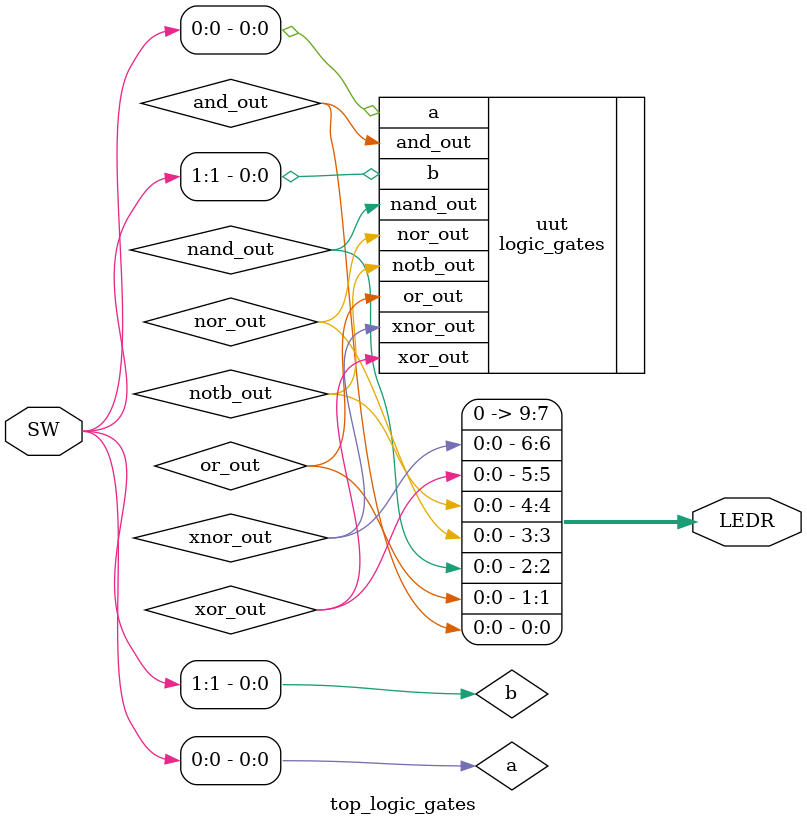
<source format=v>
module top_logic_gates (
    input  [9:0] SW,     // Switches on DE10-Lite
    output [9:0] LEDR    // LEDs on DE10-Lite
);
    wire a, b;
    wire and_out, or_out, nand_out, nor_out, notb_out, xor_out, xnor_out;
	// Assign inputs from switches
    assign a = SW[0];  // SW[0] → input 'a'
    assign b = SW[1];  // SW[1] → input 'b'
    // Instantiate the logic_gates module
    logic_gates uut (
        .a(a),
        .b(b),
        .and_out(and_out),
        .or_out(or_out),
        .nand_out(nand_out),
        .nor_out(nor_out),
        .notb_out(notb_out),
        .xor_out(xor_out),
        .xnor_out(xnor_out)
    );
    // Display outputs on LEDs
    assign LEDR[0] = and_out;
    assign LEDR[1] = or_out;
    assign LEDR[2] = nand_out;
    assign LEDR[3] = nor_out;
    assign LEDR[4] = notb_out;
    assign LEDR[5] = xor_out;
    assign LEDR[6] = xnor_out;
    assign LEDR[9:7] = 3'b000;  // Unused LEDs OFF

endmodule
</source>
